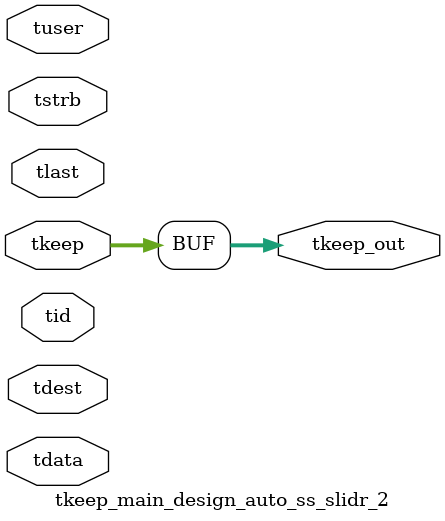
<source format=v>


`timescale 1ps/1ps

module tkeep_main_design_auto_ss_slidr_2 #
(
parameter C_S_AXIS_TDATA_WIDTH = 32,
parameter C_S_AXIS_TUSER_WIDTH = 0,
parameter C_S_AXIS_TID_WIDTH   = 0,
parameter C_S_AXIS_TDEST_WIDTH = 0,
parameter C_M_AXIS_TDATA_WIDTH = 32
)
(
input  [(C_S_AXIS_TDATA_WIDTH == 0 ? 1 : C_S_AXIS_TDATA_WIDTH)-1:0     ] tdata,
input  [(C_S_AXIS_TUSER_WIDTH == 0 ? 1 : C_S_AXIS_TUSER_WIDTH)-1:0     ] tuser,
input  [(C_S_AXIS_TID_WIDTH   == 0 ? 1 : C_S_AXIS_TID_WIDTH)-1:0       ] tid,
input  [(C_S_AXIS_TDEST_WIDTH == 0 ? 1 : C_S_AXIS_TDEST_WIDTH)-1:0     ] tdest,
input  [(C_S_AXIS_TDATA_WIDTH/8)-1:0 ] tkeep,
input  [(C_S_AXIS_TDATA_WIDTH/8)-1:0 ] tstrb,
input                                                                    tlast,
output [(C_M_AXIS_TDATA_WIDTH/8)-1:0 ] tkeep_out
);

assign tkeep_out = {tkeep[3:0]};

endmodule


</source>
